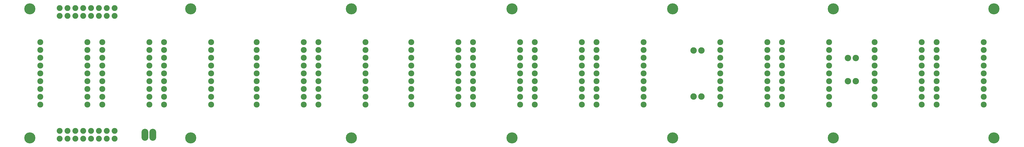
<source format=gts>
G04 #@! TF.FileFunction,Soldermask,Top*
%FSLAX46Y46*%
G04 Gerber Fmt 4.6, Leading zero omitted, Abs format (unit mm)*
G04 Created by KiCad (PCBNEW (2014-11-27 BZR 5304)-product) date 2015 February 14, Saturday 16:28:48*
%MOMM*%
G01*
G04 APERTURE LIST*
%ADD10C,0.100000*%
%ADD11C,1.924000*%
%ADD12C,2.076400*%
%ADD13C,1.906220*%
%ADD14O,2.200860X3.900120*%
%ADD15C,3.600000*%
G04 APERTURE END LIST*
D10*
D11*
X57380000Y-127340000D03*
X57380000Y-129880000D03*
X57380000Y-132420000D03*
X57380000Y-134960000D03*
X57380000Y-137500000D03*
X57380000Y-140040000D03*
X57380000Y-142580000D03*
X57380000Y-145120000D03*
X57380000Y-147660000D03*
X72620000Y-147660000D03*
X72620000Y-145120000D03*
X72620000Y-142580000D03*
X72620000Y-140040000D03*
X72620000Y-137500000D03*
X72620000Y-134960000D03*
X72620000Y-132420000D03*
X72620000Y-129880000D03*
X72620000Y-127340000D03*
X77380000Y-127340000D03*
X77380000Y-129880000D03*
X77380000Y-132420000D03*
X77380000Y-134960000D03*
X77380000Y-137500000D03*
X77380000Y-140040000D03*
X77380000Y-142580000D03*
X77380000Y-145120000D03*
X77380000Y-147660000D03*
X92620000Y-147660000D03*
X92620000Y-145120000D03*
X92620000Y-142580000D03*
X92620000Y-140040000D03*
X92620000Y-137500000D03*
X92620000Y-134960000D03*
X92620000Y-132420000D03*
X92620000Y-129880000D03*
X92620000Y-127340000D03*
X97380000Y-127340000D03*
X97380000Y-129880000D03*
X97380000Y-132420000D03*
X97380000Y-134960000D03*
X97380000Y-137500000D03*
X97380000Y-140040000D03*
X97380000Y-142580000D03*
X97380000Y-145120000D03*
X97380000Y-147660000D03*
X112620000Y-147660000D03*
X112620000Y-145120000D03*
X112620000Y-142580000D03*
X112620000Y-140040000D03*
X112620000Y-137500000D03*
X112620000Y-134960000D03*
X112620000Y-132420000D03*
X112620000Y-129880000D03*
X112620000Y-127340000D03*
X127380000Y-127340000D03*
X127380000Y-129880000D03*
X127380000Y-132420000D03*
X127380000Y-134960000D03*
X127380000Y-137500000D03*
X127380000Y-140040000D03*
X127380000Y-142580000D03*
X127380000Y-145120000D03*
X127380000Y-147660000D03*
X142620000Y-147660000D03*
X142620000Y-145120000D03*
X142620000Y-142580000D03*
X142620000Y-140040000D03*
X142620000Y-137500000D03*
X142620000Y-134960000D03*
X142620000Y-132420000D03*
X142620000Y-129880000D03*
X142620000Y-127340000D03*
X147380000Y-127340000D03*
X147380000Y-129880000D03*
X147380000Y-132420000D03*
X147380000Y-134960000D03*
X147380000Y-137500000D03*
X147380000Y-140040000D03*
X147380000Y-142580000D03*
X147380000Y-145120000D03*
X147380000Y-147660000D03*
X162620000Y-147660000D03*
X162620000Y-145120000D03*
X162620000Y-142580000D03*
X162620000Y-140040000D03*
X162620000Y-137500000D03*
X162620000Y-134960000D03*
X162620000Y-132420000D03*
X162620000Y-129880000D03*
X162620000Y-127340000D03*
X177380000Y-127340000D03*
X177380000Y-129880000D03*
X177380000Y-132420000D03*
X177380000Y-134960000D03*
X177380000Y-137500000D03*
X177380000Y-140040000D03*
X177380000Y-142580000D03*
X177380000Y-145120000D03*
X177380000Y-147660000D03*
X192620000Y-147660000D03*
X192620000Y-145120000D03*
X192620000Y-142580000D03*
X192620000Y-140040000D03*
X192620000Y-137500000D03*
X192620000Y-134960000D03*
X192620000Y-132420000D03*
X192620000Y-129880000D03*
X192620000Y-127340000D03*
X197380000Y-127340000D03*
X197380000Y-129880000D03*
X197380000Y-132420000D03*
X197380000Y-134960000D03*
X197380000Y-137500000D03*
X197380000Y-140040000D03*
X197380000Y-142580000D03*
X197380000Y-145120000D03*
X197380000Y-147660000D03*
X212620000Y-147660000D03*
X212620000Y-145120000D03*
X212620000Y-142580000D03*
X212620000Y-140040000D03*
X212620000Y-137500000D03*
X212620000Y-134960000D03*
X212620000Y-132420000D03*
X212620000Y-129880000D03*
X212620000Y-127340000D03*
X217380000Y-127340000D03*
X217380000Y-129880000D03*
X217380000Y-132420000D03*
X217380000Y-134960000D03*
X217380000Y-137500000D03*
X217380000Y-140040000D03*
X217380000Y-142580000D03*
X217380000Y-145120000D03*
X217380000Y-147660000D03*
X232620000Y-147660000D03*
X232620000Y-145120000D03*
X232620000Y-142580000D03*
X232620000Y-140040000D03*
X232620000Y-137500000D03*
X232620000Y-134960000D03*
X232620000Y-132420000D03*
X232620000Y-129880000D03*
X232620000Y-127340000D03*
X237380000Y-127340000D03*
X237380000Y-129880000D03*
X237380000Y-132420000D03*
X237380000Y-134960000D03*
X237380000Y-137500000D03*
X237380000Y-140040000D03*
X237380000Y-142580000D03*
X237380000Y-145120000D03*
X237380000Y-147660000D03*
X252620000Y-147660000D03*
X252620000Y-145120000D03*
X252620000Y-142580000D03*
X252620000Y-140040000D03*
X252620000Y-137500000D03*
X252620000Y-134960000D03*
X252620000Y-132420000D03*
X252620000Y-129880000D03*
X252620000Y-127340000D03*
X277380000Y-127340000D03*
X277380000Y-129880000D03*
X277380000Y-132420000D03*
X277380000Y-134960000D03*
X277380000Y-137500000D03*
X277380000Y-140040000D03*
X277380000Y-142580000D03*
X277380000Y-145120000D03*
X277380000Y-147660000D03*
X292620000Y-147660000D03*
X292620000Y-145120000D03*
X292620000Y-142580000D03*
X292620000Y-140040000D03*
X292620000Y-137500000D03*
X292620000Y-134960000D03*
X292620000Y-132420000D03*
X292620000Y-129880000D03*
X292620000Y-127340000D03*
X297380000Y-127340000D03*
X297380000Y-129880000D03*
X297380000Y-132420000D03*
X297380000Y-134960000D03*
X297380000Y-137500000D03*
X297380000Y-140040000D03*
X297380000Y-142580000D03*
X297380000Y-145120000D03*
X297380000Y-147660000D03*
X312620000Y-147660000D03*
X312620000Y-145120000D03*
X312620000Y-142580000D03*
X312620000Y-140040000D03*
X312620000Y-137500000D03*
X312620000Y-134960000D03*
X312620000Y-132420000D03*
X312620000Y-129880000D03*
X312620000Y-127340000D03*
X327380000Y-127340000D03*
X327380000Y-129880000D03*
X327380000Y-132420000D03*
X327380000Y-134960000D03*
X327380000Y-137500000D03*
X327380000Y-140040000D03*
X327380000Y-142580000D03*
X327380000Y-145120000D03*
X327380000Y-147660000D03*
X342620000Y-147660000D03*
X342620000Y-145120000D03*
X342620000Y-142580000D03*
X342620000Y-140040000D03*
X342620000Y-137500000D03*
X342620000Y-134960000D03*
X342620000Y-132420000D03*
X342620000Y-129880000D03*
X342620000Y-127340000D03*
X347380000Y-127340000D03*
X347380000Y-129880000D03*
X347380000Y-132420000D03*
X347380000Y-134960000D03*
X347380000Y-137500000D03*
X347380000Y-140040000D03*
X347380000Y-142580000D03*
X347380000Y-145120000D03*
X347380000Y-147660000D03*
X362620000Y-147660000D03*
X362620000Y-145120000D03*
X362620000Y-142580000D03*
X362620000Y-140040000D03*
X362620000Y-137500000D03*
X362620000Y-134960000D03*
X362620000Y-132420000D03*
X362620000Y-129880000D03*
X362620000Y-127340000D03*
D12*
X271270000Y-145000000D03*
X268730000Y-145000000D03*
X271270000Y-130000000D03*
X268730000Y-130000000D03*
X321270000Y-132500000D03*
X318730000Y-132500000D03*
X321270000Y-140000000D03*
X318730000Y-140000000D03*
D13*
X63610000Y-156230000D03*
X63610000Y-158770000D03*
X66150000Y-156230000D03*
X66150000Y-158770000D03*
X68690000Y-156230000D03*
X68690000Y-158770000D03*
X71230000Y-156230000D03*
X71230000Y-158770000D03*
X73770000Y-156230000D03*
X73770000Y-158770000D03*
X76310000Y-156230000D03*
X76310000Y-158770000D03*
X78850000Y-156230000D03*
X78850000Y-158770000D03*
X81390000Y-156230000D03*
X81390000Y-158770000D03*
X63610000Y-116230000D03*
X63610000Y-118770000D03*
X66150000Y-116230000D03*
X66150000Y-118770000D03*
X68690000Y-116230000D03*
X68690000Y-118770000D03*
X71230000Y-116230000D03*
X71230000Y-118770000D03*
X73770000Y-116230000D03*
X73770000Y-118770000D03*
X76310000Y-116230000D03*
X76310000Y-118770000D03*
X78850000Y-116230000D03*
X78850000Y-118770000D03*
X81390000Y-116230000D03*
X81390000Y-118770000D03*
D14*
X91230000Y-157500000D03*
X93770000Y-157500000D03*
D15*
X106000000Y-116500000D03*
X158000000Y-116500000D03*
X210000000Y-116500000D03*
X262000000Y-116500000D03*
X314000000Y-116500000D03*
X366000000Y-116500000D03*
X366000000Y-158500000D03*
X314000000Y-158500000D03*
X262000000Y-158500000D03*
X210000000Y-158500000D03*
X158000000Y-158500000D03*
X106000000Y-158500000D03*
X54000000Y-158500000D03*
X54000000Y-116500000D03*
M02*

</source>
